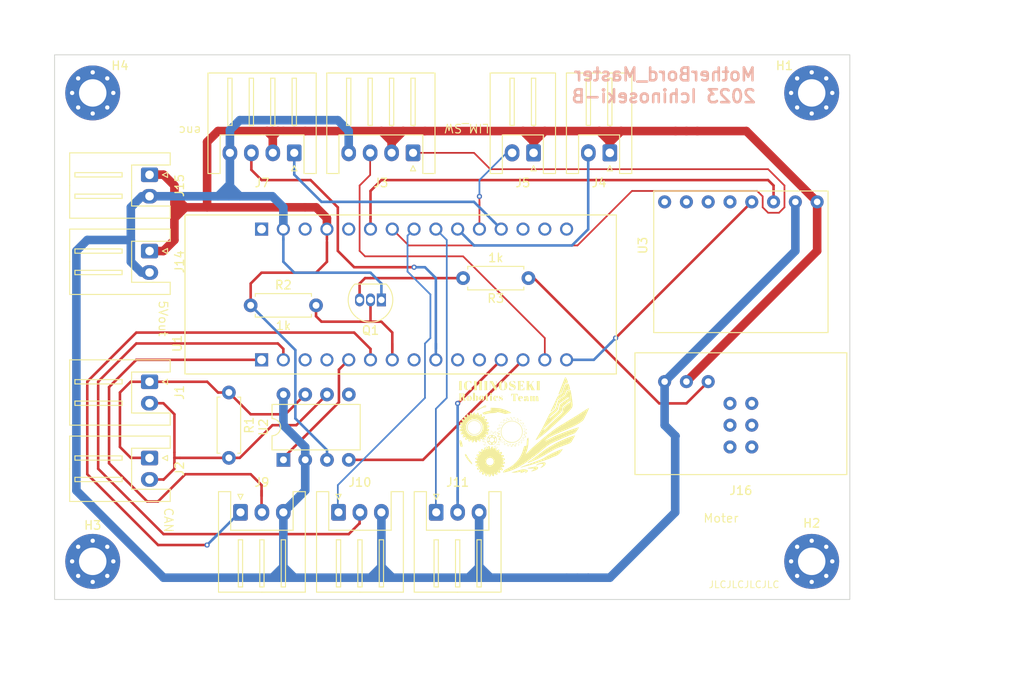
<source format=kicad_pcb>
(kicad_pcb (version 20221018) (generator pcbnew)
  (layers (0 "F.Cu" signal) (31 "B.Cu" signal) (34 "B.Paste" user) (35 "F.Paste" user) (36 "B.SilkS" user "B.Silkscreen") (37 "F.SilkS" user "F.Silkscreen") (38 "B.Mask" user) (39 "F.Mask" user) (44 "Edge.Cuts" user))
  (net 0 "")
  (net 1 "CAN_H")
  (net 2 "CAN_L")
  (net 3 "+5V")
  (net 4 "lim_SW1")
  (net 5 "LIM_SW3")
  (net 7 "enc_1_a")
  (net 8 "enc_1_b")
  (net 9 "GND")
  (net 10 "PWM1")
  (net 11 "Dir1")
  (net 12 "PWM2")
  (net 13 "Dir2")
  (net 14 "PWM3")
  (net 15 "Dir3")
  (net 16 "enc_2_b")
  (net 17 "enc_2_a")
  (net 18 "S.BUS_TX")
  (net 19 "I2C_sda")
  (net 20 "Serial_RX")
  (net 21 "CAN_td")
  (net 22 "CAN_rd")
  (net 25 "I2C_scl")
  (net 28 "Net-(Q1-B)")
  (footprint "MountingHole:MountingHole_3.2mm_M3_Pad_Via" (layer "F.Cu") (at 194.945 120.015)
    (fp_text reference "H2" (at 0 -4.445) (layer "F.SilkS"))
    (fp_text value "MountingHole")
    (pad "1" thru_hole circle (at -2.4 0) (size 0.8 0.8) (drill 0.5) (layers "*.Cu" "*.Mask"))
    (pad "1" thru_hole circle (at -1.697056 -1.697056) (size 0.8 0.8) (drill 0.5) (layers "*.Cu" "*.Mask"))
    (pad "1" thru_hole circle (at -1.697056 1.697056) (size 0.8 0.8) (drill 0.5) (layers "*.Cu" "*.Mask"))
    (pad "1" thru_hole circle (at 0 -2.4) (size 0.8 0.8) (drill 0.5) (layers "*.Cu" "*.Mask"))
    (pad "1" thru_hole circle (at 0 0) (size 6.4 6.4) (drill 3.2) (layers "*.Cu" "*.Mask"))
    (pad "1" thru_hole circle (at 0 2.4) (size 0.8 0.8) (drill 0.5) (layers "*.Cu" "*.Mask"))
    (pad "1" thru_hole circle (at 1.697056 -1.697056) (size 0.8 0.8) (drill 0.5) (layers "*.Cu" "*.Mask"))
    (pad "1" thru_hole circle (at 1.697056 1.697056) (size 0.8 0.8) (drill 0.5) (layers "*.Cu" "*.Mask"))
    (pad "1" thru_hole circle (at 2.4 0) (size 0.8 0.8) (drill 0.5) (layers "*.Cu" "*.Mask"))
  )
  (footprint "Connector_JST:JST_XH_S2B-XH-A_1x02_P2.50mm_Horizontal" (layer "F.Cu") (at 162.52 72.39 180)
    (fp_text reference "J5" (at 1.25 -3.5) (layer "F.SilkS"))
    (fp_text value "Conn_01x02_Pin")
    (pad "1" thru_hole roundrect (at 0 0 180) (size 1.7 2) (drill 1) (layers "*.Cu" "*.Mask") (roundrect_rratio 0.1470588235) (net 3 "+5V"))
    (pad "2" thru_hole oval (at 2.5 0 180) (size 1.7 2) (drill 1) (layers "*.Cu" "*.Mask") (net 5 "LIM_SW3"))
  )
  (footprint "Connector_JST:JST_XH_S3B-XH-A_1x03_P2.50mm_Horizontal" (layer "F.Cu") (at 128.35 114.3)
    (fp_text reference "J9" (at 2.5 -3.5) (layer "F.SilkS"))
    (fp_text value "Conn_01x03_Pin")
    (pad "1" thru_hole roundrect (at 0 0) (size 1.7 1.95) (drill 0.95) (layers "*.Cu" "*.Mask") (roundrect_rratio 0.1470588235) (net 11 "Dir1"))
    (pad "2" thru_hole oval (at 2.5 0) (size 1.7 1.95) (drill 0.95) (layers "*.Cu" "*.Mask") (net 10 "PWM1"))
    (pad "3" thru_hole oval (at 5 0) (size 1.7 1.95) (drill 0.95) (layers "*.Cu" "*.Mask") (net 9 "GND"))
  )
  (footprint "MyFootprint:INCT" (layer "F.Cu") (at 160.655 103.505)
    (fp_text reference "J8" hide)
    (fp_text value "Logo" hide)
  )
  (footprint "MyFootprint:MODULE_NUCLEO-L432KC" (layer "F.Cu") (at 147.025 88.9 90)
    (fp_text reference "U1" (at -5.715 -26.035 90) (layer "F.SilkS"))
    (fp_text value "mbed_Nucleo-L432KC")
    (pad "1" thru_hole rect (at -7.62 -16.215 90) (size 1.53 1.53) (drill 1.02) (layers "*.Cu" "*.Mask") (net 10 "PWM1"))
    (pad "2" thru_hole circle (at -7.62 -13.675 90) (size 1.53 1.53) (drill 1.02) (layers "*.Cu" "*.Mask") (net 12 "PWM2"))
    (pad "3" thru_hole circle (at -7.62 -11.135 90) (size 1.53 1.53) (drill 1.02) (layers "*.Cu" "*.Mask"))
    (pad "4" thru_hole circle (at -7.62 -8.595 90) (size 1.53 1.53) (drill 1.02) (layers "*.Cu" "*.Mask"))
    (pad "5" thru_hole circle (at -7.62 -6.055 90) (size 1.53 1.53) (drill 1.02) (layers "*.Cu" "*.Mask") (net 21 "CAN_td"))
    (pad "6" thru_hole circle (at -7.62 -3.515 90) (size 1.53 1.53) (drill 1.02) (layers "*.Cu" "*.Mask") (net 11 "Dir1"))
    (pad "7" thru_hole circle (at -7.62 -0.975 90) (size 1.53 1.53) (drill 1.02) (layers "*.Cu" "*.Mask") (net 20 "Serial_RX"))
    (pad "8" thru_hole circle (at -7.62 1.565 90) (size 1.53 1.53) (drill 1.02) (layers "*.Cu" "*.Mask"))
    (pad "9" thru_hole circle (at -7.62 4.105 90) (size 1.53 1.53) (drill 1.02) (layers "*.Cu" "*.Mask") (net 8 "enc_1_b"))
    (pad "10" thru_hole circle (at -7.62 6.645 90) (size 1.53 1.53) (drill 1.02) (layers "*.Cu" "*.Mask"))
    (pad "11" thru_hole circle (at -7.62 9.185 90) (size 1.53 1.53) (drill 1.02) (layers "*.Cu" "*.Mask"))
    (pad "12" thru_hole circle (at -7.62 11.725 90) (size 1.53 1.53) (drill 1.02) (layers "*.Cu" "*.Mask") (net 14 "PWM3"))
    (pad "13" thru_hole circle (at -7.62 14.265 90) (size 1.53 1.53) (drill 1.02) (layers "*.Cu" "*.Mask") (net 22 "CAN_rd"))
    (pad "14" thru_hole circle (at -7.62 16.805 90) (size 1.53 1.53) (drill 1.02) (layers "*.Cu" "*.Mask") (net 17 "enc_2_a"))
    (pad "15" thru_hole circle (at -7.62 19.345 90) (size 1.53 1.53) (drill 1.02) (layers "*.Cu" "*.Mask") (net 19 "I2C_sda"))
    (pad "16" thru_hole circle (at 7.62 19.345 90) (size 1.53 1.53) (drill 1.02) (layers "*.Cu" "*.Mask"))
    (pad "17" thru_hole circle (at 7.62 16.805 90) (size 1.53 1.53) (drill 1.02) (layers "*.Cu" "*.Mask"))
    (pad "18" thru_hole circle (at 7.62 14.265 90) (size 1.53 1.53) (drill 1.02) (layers "*.Cu" "*.Mask"))
    (pad "19" thru_hole circle (at 7.62 11.725 90) (size 1.53 1.53) (drill 1.02) (layers "*.Cu" "*.Mask") (net 7 "enc_1_a"))
    (pad "20" thru_hole circle (at 7.62 9.185 90) (size 1.53 1.53) (drill 1.02) (layers "*.Cu" "*.Mask") (net 5 "LIM_SW3"))
    (pad "21" thru_hole circle (at 7.62 6.645 90) (size 1.53 1.53) (drill 1.02) (layers "*.Cu" "*.Mask") (net 4 "lim_SW1"))
    (pad "22" thru_hole circle (at 7.62 4.105 90) (size 1.53 1.53) (drill 1.02) (layers "*.Cu" "*.Mask") (net 15 "Dir3"))
    (pad "23" thru_hole circle (at 7.62 1.565 90) (size 1.53 1.53) (drill 1.02) (layers "*.Cu" "*.Mask") (net 13 "Dir2"))
    (pad "24" thru_hole circle (at 7.62 -0.975 90) (size 1.53 1.53) (drill 1.02) (layers "*.Cu" "*.Mask") (net 16 "enc_2_b"))
    (pad "25" thru_hole circle (at 7.62 -3.515 90) (size 1.53 1.53) (drill 1.02) (layers "*.Cu" "*.Mask") (net 25 "I2C_scl"))
    (pad "26" thru_hole circle (at 7.62 -6.055 90) (size 1.53 1.53) (drill 1.02) (layers "*.Cu" "*.Mask"))
    (pad "27" thru_hole circle (at 7.62 -8.595 90) (size 1.53 1.53) (drill 1.02) (layers "*.Cu" "*.Mask") (net 3 "+5V"))
    (pad "28" thru_hole circle (at 7.62 -11.135 90) (size 1.53 1.53) (drill 1.02) (layers "*.Cu" "*.Mask"))
    (pad "29" thru_hole circle (at 7.62 -13.675 90) (size 1.53 1.53) (drill 1.02) (layers "*.Cu" "*.Mask") (net 9 "GND"))
    (pad "30" thru_hole rect (at 7.62 -16.215 90) (size 1.53 1.53) (drill 1.02) (layers "*.Cu" "*.Mask"))
  )
  (footprint "MountingHole:MountingHole_3.2mm_M3_Pad_Via" (layer "F.Cu") (at 111.125 65.405)
    (fp_text reference "H4" (at 3.175 -3.175) (layer "F.SilkS"))
    (fp_text value "MountingHole")
    (pad "1" thru_hole circle (at -2.4 0) (size 0.8 0.8) (drill 0.5) (layers "*.Cu" "*.Mask"))
    (pad "1" thru_hole circle (at -1.697056 -1.697056) (size 0.8 0.8) (drill 0.5) (layers "*.Cu" "*.Mask"))
    (pad "1" thru_hole circle (at -1.697056 1.697056) (size 0.8 0.8) (drill 0.5) (layers "*.Cu" "*.Mask"))
    (pad "1" thru_hole circle (at 0 -2.4) (size 0.8 0.8) (drill 0.5) (layers "*.Cu" "*.Mask"))
    (pad "1" thru_hole circle (at 0 0) (size 6.4 6.4) (drill 3.2) (layers "*.Cu" "*.Mask"))
    (pad "1" thru_hole circle (at 0 2.4) (size 0.8 0.8) (drill 0.5) (layers "*.Cu" "*.Mask"))
    (pad "1" thru_hole circle (at 1.697056 -1.697056) (size 0.8 0.8) (drill 0.5) (layers "*.Cu" "*.Mask"))
    (pad "1" thru_hole circle (at 1.697056 1.697056) (size 0.8 0.8) (drill 0.5) (layers "*.Cu" "*.Mask"))
    (pad "1" thru_hole circle (at 2.4 0) (size 0.8 0.8) (drill 0.5) (layers "*.Cu" "*.Mask"))
  )
  (footprint "Connector_JST:JST_XH_S2B-XH-A_1x02_P2.50mm_Horizontal" (layer "F.Cu") (at 171.41 72.39 180)
    (fp_text reference "J4" (at 1.25 -3.5) (layer "F.SilkS"))
    (fp_text value "Conn_01x02_Pin")
    (pad "1" thru_hole roundrect (at 0 0 180) (size 1.7 2) (drill 1) (layers "*.Cu" "*.Mask") (roundrect_rratio 0.1470588235) (net 3 "+5V"))
    (pad "2" thru_hole oval (at 2.5 0 180) (size 1.7 2) (drill 1) (layers "*.Cu" "*.Mask") (net 4 "lim_SW1"))
  )
  (footprint "Connector_JST:JST_XH_S2B-XH-A_1x02_P2.50mm_Horizontal" (layer "F.Cu") (at 117.75 99.08 -90)
    (fp_text reference "J1" (at 1.25 -3.5 90) (layer "F.SilkS"))
    (fp_text value "Conn_01x02_Pin")
    (pad "1" thru_hole roundrect (at 0 0 270) (size 1.7 2) (drill 1) (layers "*.Cu" "*.Mask") (roundrect_rratio 0.1470588235) (net 1 "CAN_H"))
    (pad "2" thru_hole oval (at 2.5 0 270) (size 1.7 2) (drill 1) (layers "*.Cu" "*.Mask") (net 2 "CAN_L"))
  )
  (footprint "Connector_JST:JST_XH_S3B-XH-A_1x03_P2.50mm_Horizontal" (layer "F.Cu") (at 151.17 114.3)
    (fp_text reference "J11" (at 2.5 -3.5) (layer "F.SilkS"))
    (fp_text value "Conn_01x03_Pin")
    (pad "1" thru_hole roundrect (at 0 0) (size 1.7 1.95) (drill 0.95) (layers "*.Cu" "*.Mask") (roundrect_rratio 0.1470588235) (net 15 "Dir3"))
    (pad "2" thru_hole oval (at 2.5 0) (size 1.7 1.95) (drill 0.95) (layers "*.Cu" "*.Mask") (net 14 "PWM3"))
    (pad "3" thru_hole oval (at 5 0) (size 1.7 1.95) (drill 0.95) (layers "*.Cu" "*.Mask") (net 9 "GND"))
  )
  (footprint "Connector_JST:JST_XH_S2B-XH-A_1x02_P2.50mm_Horizontal" (layer "F.Cu") (at 117.75 74.95 -90)
    (fp_text reference "J15" (at 1.25 -3.5 90) (layer "F.SilkS"))
    (fp_text value "Conn_01x02_Pin")
    (pad "1" thru_hole roundrect (at 0 0 270) (size 1.7 2) (drill 1) (layers "*.Cu" "*.Mask") (roundrect_rratio 0.1470588235) (net 3 "+5V"))
    (pad "2" thru_hole oval (at 2.5 0 270) (size 1.7 2) (drill 1) (layers "*.Cu" "*.Mask") (net 9 "GND"))
  )
  (footprint "Connector_JST:JST_XH_S3B-XH-A_1x03_P2.50mm_Horizontal" (layer "F.Cu") (at 139.78 114.3)
    (fp_text reference "J10" (at 2.5 -3.5) (layer "F.SilkS"))
    (fp_text value "Conn_01x03_Pin")
    (pad "1" thru_hole roundrect (at 0 0) (size 1.7 1.95) (drill 0.95) (layers "*.Cu" "*.Mask") (roundrect_rratio 0.1470588235) (net 13 "Dir2"))
    (pad "2" thru_hole oval (at 2.5 0) (size 1.7 1.95) (drill 0.95) (layers "*.Cu" "*.Mask") (net 12 "PWM2"))
    (pad "3" thru_hole oval (at 5 0) (size 1.7 1.95) (drill 0.95) (layers "*.Cu" "*.Mask") (net 9 "GND"))
  )
  (footprint "Package_TO_SOT_THT:TO-92_Inline" (layer "F.Cu") (at 144.78 89.535 180)
    (fp_text reference "Q1" (at 1.27 -3.56) (layer "F.SilkS"))
    (fp_text value "2SC1815")
    (pad "1" thru_hole rect (at 0 0 180) (size 1.05 1.5) (drill 0.75) (layers "*.Cu" "*.Mask") (net 9 "GND"))
    (pad "2" thru_hole oval (at 1.27 0 180) (size 1.05 1.5) (drill 0.75) (layers "*.Cu" "*.Mask") (net 20 "Serial_RX"))
    (pad "3" thru_hole oval (at 2.54 0 180) (size 1.05 1.5) (drill 0.75) (layers "*.Cu" "*.Mask") (net 28 "Net-(Q1-B)"))
  )
  (footprint "MountingHole:MountingHole_3.2mm_M3_Pad_Via" (layer "F.Cu") (at 194.945 65.405)
    (fp_text reference "H1" (at -3.175 -3.175) (layer "F.SilkS"))
    (fp_text value "MountingHole")
    (pad "1" thru_hole circle (at -2.4 0) (size 0.8 0.8) (drill 0.5) (layers "*.Cu" "*.Mask"))
    (pad "1" thru_hole circle (at -1.697056 -1.697056) (size 0.8 0.8) (drill 0.5) (layers "*.Cu" "*.Mask"))
    (pad "1" thru_hole circle (at -1.697056 1.697056) (size 0.8 0.8) (drill 0.5) (layers "*.Cu" "*.Mask"))
    (pad "1" thru_hole circle (at 0 -2.4) (size 0.8 0.8) (drill 0.5) (layers "*.Cu" "*.Mask"))
    (pad "1" thru_hole circle (at 0 0) (size 6.4 6.4) (drill 3.2) (layers "*.Cu" "*.Mask"))
    (pad "1" thru_hole circle (at 0 2.4) (size 0.8 0.8) (drill 0.5) (layers "*.Cu" "*.Mask"))
    (pad "1" thru_hole circle (at 1.697056 -1.697056) (size 0.8 0.8) (drill 0.5) (layers "*.Cu" "*.Mask"))
    (pad "1" thru_hole circle (at 1.697056 1.697056) (size 0.8 0.8) (drill 0.5) (layers "*.Cu" "*.Mask"))
    (pad "1" thru_hole circle (at 2.4 0) (size 0.8 0.8) (drill 0.5) (layers "*.Cu" "*.Mask"))
  )
  (footprint "MountingHole:MountingHole_3.2mm_M3_Pad_Via" (layer "F.Cu") (at 111.125 120.015)
    (fp_text reference "H3" (at 0 -4.2) (layer "F.SilkS"))
    (fp_text value "MountingHole")
    (pad "1" thru_hole circle (at -2.4 0) (size 0.8 0.8) (drill 0.5) (layers "*.Cu" "*.Mask"))
    (pad "1" thru_hole circle (at -1.697056 -1.697056) (size 0.8 0.8) (drill 0.5) (layers "*.Cu" "*.Mask"))
    (pad "1" thru_hole circle (at -1.697056 1.697056) (size 0.8 0.8) (drill 0.5) (layers "*.Cu" "*.Mask"))
    (pad "1" thru_hole circle (at 0 -2.4) (size 0.8 0.8) (drill 0.5) (layers "*.Cu" "*.Mask"))
    (pad "1" thru_hole circle (at 0 0) (size 6.4 6.4) (drill 3.2) (layers "*.Cu" "*.Mask"))
    (pad "1" thru_hole circle (at 0 2.4) (size 0.8 0.8) (drill 0.5) (layers "*.Cu" "*.Mask"))
    (pad "1" thru_hole circle (at 1.697056 -1.697056) (size 0.8 0.8) (drill 0.5) (layers "*.Cu" "*.Mask"))
    (pad "1" thru_hole circle (at 1.697056 1.697056) (size 0.8 0.8) (drill 0.5) (layers "*.Cu" "*.Mask"))
    (pad "1" thru_hole circle (at 2.4 0) (size 0.8 0.8) (drill 0.5) (layers "*.Cu" "*.Mask"))
  )
  (footprint "Package_DIP:DIP-8_W7.62mm" (layer "F.Cu") (at 133.36 108.18 90)
    (fp_text reference "U2" (at 3.81 -2.33 90) (layer "F.SilkS"))
    (fp_text value "MCP2561-E-P")
    (pad "1" thru_hole rect (at 0 0 90) (size 1.6 1.6) (drill 0.8) (layers "*.Cu" "*.Mask") (net 21 "CAN_td"))
    (pad "2" thru_hole oval (at 0 2.54 90) (size 1.6 1.6) (drill 0.8) (layers "*.Cu" "*.Mask") (net 9 "GND"))
    (pad "3" thru_hole oval (at 0 5.08 90) (size 1.6 1.6) (drill 0.8) (layers "*.Cu" "*.Mask") (net 3 "+5V"))
    (pad "4" thru_hole oval (at 0 7.62 90) (size 1.6 1.6) (drill 0.8) (layers "*.Cu" "*.Mask") (net 22 "CAN_rd"))
    (pad "5" thru_hole oval (at 7.62 7.62 90) (size 1.6 1.6) (drill 0.8) (layers "*.Cu" "*.Mask"))
    (pad "6" thru_hole oval (at 7.62 5.08 90) (size 1.6 1.6) (drill 0.8) (layers "*.Cu" "*.Mask") (net 2 "CAN_L"))
    (pad "7" thru_hole oval (at 7.62 2.54 90) (size 1.6 1.6) (drill 0.8) (layers "*.Cu" "*.Mask") (net 1 "CAN_H"))
    (pad "8" thru_hole oval (at 7.62 0 90) (size 1.6 1.6) (drill 0.8) (layers "*.Cu" "*.Mask") (net 9 "GND"))
  )
  (footprint "Connector_JST:JST_XH_S2B-XH-A_1x02_P2.50mm_Horizontal" (layer "F.Cu") (at 117.75 83.84 -90)
    (fp_text reference "J14" (at 1.25 -3.5 90) (layer "F.SilkS"))
    (fp_text value "Conn_01x02_Pin")
    (pad "1" thru_hole roundrect (at 0 0 270) (size 1.7 2) (drill 1) (layers "*.Cu" "*.Mask") (roundrect_rratio 0.1470588235) (net 3 "+5V"))
    (pad "2" thru_hole oval (at 2.5 0 270) (size 1.7 2) (drill 1) (layers "*.Cu" "*.Mask") (net 9 "GND"))
  )
  (footprint "Connector_JST:JST_XH_S4B-XH-A_1x04_P2.50mm_Horizontal" (layer "F.Cu") (at 134.62 72.39 180)
    (fp_text reference "J7" (at 3.75 -3.5) (layer "F.SilkS"))
    (fp_text value "Conn_01x04_Pin")
    (pad "1" thru_hole roundrect (at 0 0 180) (size 1.7 1.95) (drill 0.95) (layers "*.Cu" "*.Mask") (roundrect_rratio 0.1470588235) (net 7 "enc_1_a"))
    (pad "2" thru_hole oval (at 2.5 0 180) (size 1.7 1.95) (drill 0.95) (layers "*.Cu" "*.Mask") (net 3 "+5V"))
    (pad "3" thru_hole oval (at 5 0 180) (size 1.7 1.95) (drill 0.95) (layers "*.Cu" "*.Mask") (net 8 "enc_1_b"))
    (pad "4" thru_hole oval (at 7.5 0 180) (size 1.7 1.95) (drill 0.95) (layers "*.Cu" "*.Mask") (net 9 "GND"))
  )
  (footprint "Connector_JST:JST_XH_S4B-XH-A_1x04_P2.50mm_Horizontal" (layer "F.Cu") (at 148.47 72.39 180)
    (fp_text reference "J3" (at 3.75 -3.5) (layer "F.SilkS"))
    (fp_text value "Conn_01x04_Pin")
    (pad "1" thru_hole roundrect (at 0 0 180) (size 1.7 1.95) (drill 0.95) (layers "*.Cu" "*.Mask") (roundrect_rratio 0.1470588235) (net 16 "enc_2_b"))
    (pad "2" thru_hole oval (at 2.5 0 180) (size 1.7 1.95) (drill 0.95) (layers "*.Cu" "*.Mask") (net 3 "+5V"))
    (pad "3" thru_hole oval (at 5 0 180) (size 1.7 1.95) (drill 0.95) (layers "*.Cu" "*.Mask") (net 17 "enc_2_a"))
    (pad "4" thru_hole oval (at 7.5 0 180) (size 1.7 1.95) (drill 0.95) (layers "*.Cu" "*.Mask") (net 9 "GND"))
  )
  (footprint "Connector_JST:JST_XH_S2B-XH-A_1x02_P2.50mm_Horizontal" (layer "F.Cu") (at 117.75 107.97 -90)
    (fp_text reference "J2" (at 1.25 -3.5 90) (layer "F.SilkS"))
    (fp_text value "Conn_01x02_Pin")
    (pad "1" thru_hole roundrect (at 0 0 270) (size 1.7 2) (drill 1) (layers "*.Cu" "*.Mask") (roundrect_rratio 0.1470588235) (net 1 "CAN_H"))
    (pad "2" thru_hole oval (at 2.5 0 270) (size 1.7 2) (drill 1) (layers "*.Cu" "*.Mask") (net 2 "CAN_L"))
  )
  (footprint "Resistor_THT:R_Axial_DIN0207_L6.3mm_D2.5mm_P7.62mm_Horizontal" (layer "F.Cu") (at 161.925 86.995 180)
    (fp_text reference "R3" (at 3.81 -2.37) (layer "F.SilkS"))
    (fp_text value "1k" (at 3.81 2.37) (layer "F.SilkS"))
    (pad "1" thru_hole circle (at 0 0 180) (size 1.6 1.6) (drill 0.8) (layers "*.Cu" "*.Mask") (net 18 "S.BUS_TX"))
    (pad "2" thru_hole oval (at 7.62 0 180) (size 1.6 1.6) (drill 0.8) (layers "*.Cu" "*.Mask") (net 28 "Net-(Q1-B)"))
  )
  (footprint "Resistor_THT:R_Axial_DIN0207_L6.3mm_D2.5mm_P7.62mm_Horizontal" (layer "F.Cu") (at 129.54 90.17)
    (fp_text reference "R2" (at 3.81 -2.37) (layer "F.SilkS"))
    (fp_text value "1k" (at 3.81 2.37) (layer "F.SilkS"))
    (pad "1" thru_hole circle (at 0 0) (size 1.6 1.6) (drill 0.8) (layers "*.Cu" "*.Mask") (net 3 "+5V"))
    (pad "2" thru_hole oval (at 7.62 0) (size 1.6 1.6) (drill 0.8) (layers "*.Cu" "*.Mask") (net 20 "Serial_RX"))
  )
  (footprint "MyFootprint:R3008SB" (layer "F.Cu") (at 186.69 101.6)
    (fp_text reference "J16" (at 0 10.16) (layer "F.SilkS"))
    (fp_text value "Conn_01x03_Socket")
    (pad "" thru_hole circle (at -1.27 0) (size 1.524 1.524) (drill 0.762) (layers "*.Cu" "*.Mask"))
    (pad "" thru_hole circle (at -1.27 2.54) (size 1.524 1.524) (drill 0.762) (layers "*.Cu" "*.Mask"))
    (pad "" thru_hole circle (at -1.27 5.08) (size 1.524 1.524) (drill 0.762) (layers "*.Cu" "*.Mask"))
    (pad "" thru_hole circle (at 1.27 0) (size 1.524 1.524) (drill 0.762) (layers "*.Cu" "*.Mask"))
    (pad "" thru_hole circle (at 1.27 2.54) (size 1.524 1.524) (drill 0.762) (layers "*.Cu" "*.Mask"))
    (pad "" thru_hole circle (at 1.27 5.08) (size 1.524 1.524) (drill 0.762) (layers "*.Cu" "*.Mask"))
    (pad "1" thru_hole circle (at -8.89 -2.54) (size 1.524 1.524) (drill 0.762) (layers "*.Cu" "*.Mask") (net 9 "GND"))
    (pad "2" thru_hole circle (at -6.35 -2.54) (size 1.524 1.524) (drill 0.762) (layers "*.Cu" "*.Mask") (net 3 "+5V"))
    (pad "3" thru_hole circle (at -3.81 -2.54) (size 1.524 1.524) (drill 0.762) (layers "*.Cu" "*.Mask") (net 18 "S.BUS_TX"))
  )
  (footprint "Resistor_THT:R_Axial_DIN0207_L6.3mm_D2.5mm_P7.62mm_Horizontal" (layer "F.Cu") (at 127 100.33 -90)
    (fp_text reference "R1" (at 3.81 -2.37 90) (layer "F.SilkS"))
    (fp_text value "120")
    (pad "1" thru_hole circle (at 0 0 270) (size 1.6 1.6) (drill 0.8) (layers "*.Cu" "*.Mask") (net 1 "CAN_H"))
    (pad "2" thru_hole oval (at 7.62 0 270) (size 1.6 1.6) (drill 0.8) (layers "*.Cu" "*.Mask") (net 2 "CAN_L"))
  )
  (footprint "MyFootprint:MPU6050" (layer "F.Cu") (at 185.42 83.185 -90)
    (fp_text reference "U3" (at 0 10.16 90) (layer "F.SilkS"))
    (fp_text value "~")
    (pad "" np_thru_hole circle (at 7.62 -8.89 270) (size 3.2 3.2) (drill 3.2) (layers "*.Cu" "*.Mask"))
    (pad "" np_thru_hole circle (at 7.62 6.35 270) (size 3.2 3.2) (drill 3.2) (layers "*.Cu" "*.Mask"))
    (pad "1" thru_hole circle (at -5.08 -10.16 270) (size 1.524 1.524) (drill 0.762) (layers "*.Cu" "*.Mask") (net 3 "+5V"))
    (pad "2" thru_hole circle (at -5.08 -7.62 270) (size 1.524 1.524) (drill 0.762) (layers "*.Cu" "*.Mask") (net 9 "GND"))
    (pad "3" thru_hole circle (at -5.08 -5.08 270) (size 1.524 1.524) (drill 0.762) (layers "*.Cu" "*.Mask") (net 25 "I2C_scl"))
    (pad "4" thru_hole circle (at -5.08 -2.54 270) (size 1.524 1.524) (drill 0.762) (layers "*.Cu" "*.Mask") (net 19 "I2C_sda"))
    (pad "5" thru_hole circle (at -5.08 0 270) (size 1.524 1.524) (drill 0.762) (layers "*.Cu" "*.Mask"))
    (pad "6" thru_hole circle (at -5.08 2.54 270) (size 1.524 1.524) (drill 0.762) (layers "*.Cu" "*.Mask"))
    (pad "7" thru_hole circle (at -5.08 5.08 270) (size 1.524 1.524) (drill 0.762) (layers "*.Cu" "*.Mask"))
    (pad "8" thru_hole circle (at -5.08 7.62 270) (size 1.524 1.524) (drill 0.762) (layers "*.Cu" "*.Mask"))
  )
  (gr_rect (start 106.68 60.96) (end 199.39 124.46) (stroke (width 0.1)) (fill none) (layer "Edge.Cuts"))
  (gr_text "MotherBord_Master" (at 188.595 64.135) (layer "B.SilkS") (effects (font (size 1.5 1.5) (thickness 0.3) bold) (justify left bottom mirror)))
  (gr_text "2023 Ichinoseki-B" (at 188.595 66.675) (layer "B.SilkS") (effects (font (size 1.5 1.5) (thickness 0.3) bold) (justify left bottom mirror)))
  (gr_text "Moter" (at 182.245 115.57) (layer "F.SilkS") (effects (font (size 1 1) (thickness 0.125)) (justify left bottom)))
  (gr_text "JLCJLCJLCJLC" (at 182.88 123.19) (layer "F.SilkS") (effects (font (size 0.8 0.8) (thickness 0.1)) (justify left bottom)))
  (gr_text "5Vout" (at 118.745 89.535 270) (layer "F.SilkS") (effects (font (size 1 1) (thickness 0.125)) (justify left bottom)))
  (gr_text "enc" (at 123.825 69.215 180) (layer "F.SilkS") (effects (font (size 1 1) (thickness 0.125)) (justify left bottom)))
  (gr_text "CAN" (at 119.38 113.665 -90) (layer "F.SilkS") (effects (font (size 1 1) (thickness 0.125)) (justify left bottom)))
  (gr_text "LIM_SW" (at 157.46 68.94 180) (layer "F.SilkS") (effects (font (size 1 1) (thickness 0.125)) (justify left bottom)))
  (segment (start 115.57 107.95) (end 114.3 106.68) (width 0.3) (layer "F.Cu") (net 1))
  (segment (start 114.3 106.68) (end 114.3 100.33) (width 0.3) (layer "F.Cu") (net 1))
  (segment (start 117.75 107.97) (end 117.73 107.95) (width 0.5) (layer "F.Cu") (net 1))
  (segment (start 129.54 102.87) (end 133.59 102.87) (width 0.3) (layer "F.Cu") (net 1))
  (segment (start 114.3 100.33) (end 115.57 99.06) (width 0.3) (layer "F.Cu") (net 1))
  (segment (start 117.73 107.95) (end 115.57 107.95) (width 0.3) (layer "F.Cu") (net 1))
  (segment (start 127 100.33) (end 129.54 102.87) (width 0.3) (layer "F.Cu") (net 1))
  (segment (start 117.75 99.08) (end 124.44 99.08) (width 0.3) (layer "F.Cu") (net 1))
  (segment (start 115.59 99.08) (end 117.75 99.08) (width 0.3) (layer "F.Cu") (net 1))
  (segment (start 125.73 100.33) (end 127 100.33) (width 0.3) (layer "F.Cu") (net 1))
  (segment (start 133.59 102.87) (end 135.9 100.56) (width 0.3) (layer "F.Cu") (net 1))
  (segment (start 124.46 99.06) (end 125.73 100.33) (width 0.3) (layer "F.Cu") (net 1))
  (segment (start 132.08 104.14) (end 134.86 104.14) (width 0.3) (layer "F.Cu") (net 2))
  (segment (start 127 107.95) (end 128.27 107.95) (width 0.3) (layer "F.Cu") (net 2))
  (segment (start 120.65 102.87) (end 120.65 107.315) (width 0.3) (layer "F.Cu") (net 2))
  (segment (start 120.65 109.22) (end 119.38 110.49) (width 0.3) (layer "F.Cu") (net 2))
  (segment (start 117.75 101.58) (end 119.36 101.58) (width 0.3) (layer "F.Cu") (net 2))
  (segment (start 120.65 107.95) (end 121.285 107.95) (width 0.3) (layer "F.Cu") (net 2))
  (segment (start 120.65 108.585) (end 120.65 109.22) (width 0.3) (layer "F.Cu") (net 2))
  (segment (start 119.36 101.58) (end 120.65 102.87) (width 0.3) (layer "F.Cu") (net 2))
  (segment (start 120.65 107.315) (end 120.65 107.95) (width 0.3) (layer "F.Cu") (net 2))
  (segment (start 120.65 107.95) (end 120.65 108.585) (width 0.3) (layer "F.Cu") (net 2))
  (segment (start 134.86 104.14) (end 138.44 100.56) (width 0.3) (layer "F.Cu") (net 2))
  (segment (start 119.36 110.47) (end 117.75 110.47) (width 0.3) (layer "F.Cu") (net 2))
  (segment (start 128.27 107.95) (end 132.08 104.14) (width 0.3) (layer "F.Cu") (net 2))
  (segment (start 119.38 110.49) (end 119.36 110.47) (width 0.3) (layer "F.Cu") (net 2))
  (segment (start 121.285 107.95) (end 127 107.95) (width 0.3) (layer "F.Cu") (net 2))
  (segment (start 162.52 71.12) (end 162.52 69.89) (width 1) (layer "F.Cu") (net 3))
  (segment (start 148.59 69.85) (end 149.86 69.85) (width 1) (layer "F.Cu") (net 3))
  (segment (start 120.65 76.2) (end 120.65 77.47) (width 1) (layer "F.Cu") (net 3))
  (segment (start 117.75 74.95) (end 117.77 74.93) (width 1) (layer "F.Cu") (net 3))
  (segment (start 146.05 69.85) (end 147.32 69.85) (width 1) (layer "F.Cu") (net 3))
  (segment (start 132.08 70.485) (end 131.445 69.85) (width 1) (layer "F.Cu") (net 3))
  (segment (start 171.39 71.12) (end 171.39 69.91) (width 1) (layer "F.Cu") (net 3))
  (segment (start 132.715 69.85) (end 133.35 69.85) (width 1) (layer "F.Cu") (net 3))
  (segment (start 129.54 90.17) (end 129.54 87.63) (width 0.3) (layer "F.Cu") (net 3))
  (segment (start 195.58 78.105) (end 195.58 83.82) (width 1) (layer "F.Cu") (net 3))
  (segment (start 171.45 71.12) (end 172.72 69.85) (width 1) (layer "F.Cu") (net 3))
  (segment (start 120.65 77.47) (end 120.65 78.74) (width 1) (layer "F.Cu") (net 3))
  (segment (start 163.83 69.85) (end 170.18 69.85) (width 1) (layer "F.Cu") (net 3))
  (segment (start 121.92 78.74) (end 120.65 80.01) (width 1) (layer "F.Cu") (net 3))
  (segment (start 120.65 82.55) (end 119.36 83.84) (width 1) (layer "F.Cu") (net 3))
  (segment (start 138.43 81.28) (end 138.43 80.01) (width 1) (layer "F.Cu") (net 3))
  (segment (start 135.89 78.74) (end 137.16 78.74) (width 1) (layer "F.Cu") (net 3))
  (segment (start 145.97 71.12) (end 146.05 71.12) (width 1) (layer "F.Cu") (net 3))
  (segment (start 130.81 86.36) (end 137.16 86.36) (width 0.3) (layer "F.Cu") (net 3))
  (segment (start 135.89 69.85) (end 144.78 69.85) (width 1) (layer "F.Cu") (net 3))
  (segment (start 132.08 69.85) (end 132.12 69.89) (width 1) (layer "F.Cu") (net 3))
  (segment (start 138.43 80.01) (end 137.16 78.74) (width 1) (layer "F.Cu") (net 3))
  (segment (start 124.46 78.74) (end 135.89 78.74) (width 1) (layer "F.Cu") (net 3))
  (segment (start 145.97 71.12) (end 145.97 71.04) (width 1) (layer "F.Cu") (net 3))
  (segment (start 138.43 85.09) (end 138.43 82.745) (width 0.3) (layer "F.Cu") (net 3))
  (segment (start 129.54 87.63) (end 130.81 86.36) (width 0.3) (layer "F.Cu") (net 3))
  (segment (start 172.72 69.85) (end 179.07 69.85) (width 1) (layer "F.Cu") (net 3))
  (segment (start 162.56 69.85) (end 163.83 69.85) (width 1) (layer "F.Cu") (net 3))
  (segment (start 131.445 69.85) (end 132.08 69.85) (width 1) (layer "F.Cu") (net 3))
  (segment (start 137.16 86.36) (end 138.43 85.09) (width 0.3) (layer "F.Cu") (net 3))
  (segment (start 132.08 69.85) (end 132.715 69.85) (width 1) (layer "F.Cu") (net 3))
  (segment (start 132.12 70.485) (end 132.08 70.485) (width 1) (layer "F.Cu") (net 3))
  (segment (start 170.18 69.85) (end 171.45 69.85) (width 1) (layer "F.Cu") (net 3))
  (segment (start 120.65 78.74) (end 120.65 80.01) (width 1) (layer "F.Cu") (net 3))
  (segment (start 133.35 69.85) (end 134.62 69.85) (width 1) (layer "F.Cu") (net 3))
  (segment (start 171.39 72.39) (end 171.39 71.12) (width 1) (layer "F.Cu") (net 3))
  (segment (start 162.56 71.12) (end 161.29 69.85) (width 1) (layer "F.Cu") (net 3))
  (segment (start 149.86 69.85) (end 161.29 69.85) (width 1) (layer "F.Cu") (net 3))
  (segment (start 132.12 70.485) (end 132.12 72.39) (width 1) (layer "F.Cu") (net 3))
  (segment (start 132.12 70.445) (end 132.715 69.85) (width 1) (layer "F.Cu") (net 3))
  (segment (start 124.46 71.12) (end 125.73 69.85) (width 1) (layer "F.Cu") (net 3))
  (segment (start 162.52 71.12) (end 162.56 71.12) (width 1) (layer "F.Cu") (net 3))
  (segment (start 120.65 78.74) (end 121.92 78.74) (width 1) (layer "F.Cu") (net 3))
  (segment (start 180.34 69.85) (end 181.61 69.85) (width 1) (layer "F.Cu") (net 3))
  (segment (start 132.12 69.89) (end 132.12 70.485) (width 1) (layer "F.Cu") (net 3))
  (segment (start 171.39 71.12) (end 171.45 71.12) (width 1) (layer "F.Cu") (net 3))
  (segment (start 179.07 69.85) (end 180.34 69.85) (width 1) (layer "F.Cu") (net 3))
  (segment (start 147.32 69.85) (end 148.59 69.85) (width 1) (layer "F.Cu") (net 3))
  (segment (start 119.36 83.84) (end 117.75 83.84) (width 1) (layer "F.Cu") (net 3))
  (segment (start 187.325 69.85) (end 195.58 78.105) (width 1) (layer "F.Cu") (net 3))
  (segment (start 134.62 69.85) (end 135.89 69.85) (width 1) (layer "F.Cu") (net 3))
  (segment (start 144.78 69.85) (end 146.05 69.85) (width 1) (layer "F.Cu") (net 3))
  (segment (start 171.45 69.85) (end 172.72 69.85) (width 1) (layer "F.Cu") (net 3))
  (segment (start 145.97 71.04) (end 144.78 69.85) (width 1) (layer "F.Cu") (net 3))
  (segment (start 145.97 69.93) (end 145.97 71.12) (width 1) (layer "F.Cu") (net 3))
  (segment (start 138.43 81.28) (end 138.43 82.55) (width 0.3) (layer "F.Cu") (net 3))
  (segment (start 146.05 69.85) (end 145.97 69.93) (width 1) (layer "F.Cu") (net 3))
  (segment (start 181.61 69.85) (end 187.325 69.85) (width 1) (layer "F.Cu") (net 3))
  (segment (start 171.45 71.12) (end 170.18 69.85) (width 1) (layer "F.Cu") (net 3))
  (segment (start 161.29 69.85) (end 162.56 69.85) (width 1) (layer "F.Cu") (net 3))
  (segment (start 145.97 71.12) (end 145.97 72.39) (width 1) (layer "F.Cu") (net 3))
  (segment (start 120.65 80.01) (end 120.65 82.55) (width 1) (layer "F.Cu") (net 3))
  (segment (start 132.12 70.485) (end 132.12 70.445) (width 1) (layer "F.Cu") (net 3))
  (segment (start 117.77 74.93) (end 119.38 74.93) (width 1) (layer "F.Cu") (net 3))
  (segment (start 146.05 71.12) (end 147.32 69.85) (width 1) (layer "F.Cu") (net 3))
  (segment (start 120.65 77.47) (end 121.92 78.74) (width 1) (layer "F.Cu") (net 3))
  (segment (start 125.73 69.85) (end 131.445 69.85) (width 1) (layer "F.Cu") (net 3))
  (segment (start 162.52 69.89) (end 162.56 69.85) (width 1) (layer "F.Cu") (net 3))
  (segment (start 171.39 69.91) (end 171.45 69.85) (width 1) (layer "F.Cu") (net 3))
  (segment (start 124.46 78.74) (end 124.46 71.12) (width 1) (layer "F.Cu") (net 3))
  (segment (start 195.58 83.82) (end 180.34 99.06) (width 1) (layer "F.Cu") (net 3))
  (segment (start 162.56 71.12) (end 163.83 69.85) (width 1) (layer "F.Cu") (net 3))
  (segment (start 162.52 72.39) (end 162.52 71.12) (width 1) (layer "F.Cu") (net 3))
  (segment (start 119.38 74.93) (end 120.65 76.2) (width 1) (layer "F.Cu") (net 3))
  (segment (start 121.92 78.74) (end 124.46 78.74) (width 1) (layer "F.Cu") (net 3))
  (segment (start 138.44 107.04863) (end 138.44 108.18) (width 0.3) (layer "B.Cu") (net 3))
  (segment (start 134.75 103.35863) (end 138.44 107.04863) (width 0.3) (layer "B.Cu") (net 3))
  (segment (start 129.54 90.17) (end 134.75 95.38) (width 0.3) (layer "B.Cu") (net 3))
  (segment (start 134.75 95.38) (end 134.75 103.35863) (width 0.3) (layer "B.Cu") (net 3))
  (segment (start 155.575 83.185) (end 153.67 81.28) (width 0.3) (layer "B.Cu") (net 4))
  (segment (start 168.89 81.3) (end 168.89 72.39) (width 0.3) (layer "B.Cu") (net 4))
  (segment (start 167.005 83.185) (end 155.575 83.185) (width 0.3) (layer "B.Cu") (net 4))
  (segment (start 167.005 83.185) (end 168.89 81.3) (width 0.3) (layer "B.Cu") (net 4))
  (segment (start 156.21 81.28) (end 156.21 78.105) (width 0.2) (layer "F.Cu") (net 5))
  (segment (start 156.21 77.47) (end 156.21 78.74) (width 0.2) (layer "F.Cu") (net 5))
  (via (at 156.21 77.47) (size 0.6) (drill 0.3) (layers "F.Cu" "B.Cu") (net 5))
  (segment (start 160.02 71.755) (end 158.75 73.025) (width 0.2) (layer "B.Cu") (net 5))
  (segment (start 156.21 75.565) (end 158.75 73.025) (width 0.2) (layer "B.Cu") (net 5))
  (segment (start 156.21 77.47) (end 156.21 75.565) (width 0.2) (layer "B.Cu") (net 5))
  (segment (start 134.62 74.93) (end 134.62 72.39) (width 0.3) (layer "B.Cu") (net 7))
  (segment (start 157.961576 80.491576) (end 155.575 78.105) (width 0.3) (layer "B.Cu") (net 7))
  (segment (start 157.7975 80.3275) (end 158.4325 80.9625) (width 0.3) (layer "B.Cu") (net 7))
  (segment (start 155.575 78.105) (end 137.795 78.105) (width 0.3) (layer "B.Cu") (net 7))
  (segment (start 137.795 78.105) (end 134.62 74.93) (width 0.3) (layer "B.Cu") (net 7))
  (segment (start 130.81 75.565) (end 136.525 75.565) (width 0.3) (layer "F.Cu") (net 8))
  (segment (start 139.7 78.74) (end 139.7 83.82) (width 0.3) (layer "F.Cu") (net 8))
  (segment (start 129.62 72.39) (end 129.62 74.375) (width 0.3) (layer "F.Cu") (net 8))
  (segment (start 139.7 83.82) (end 141.605 85.725) (width 0.3) (layer "F.Cu") (net 8))
  (segment (start 129.62 74.375) (end 130.81 75.565) (width 0.3) (layer "F.Cu") (net 8))
  (segment (start 141.605 85.725) (end 148.59 85.725) (width 0.3) (layer "F.Cu") (net 8))
  (segment (start 136.525 75.565) (end 139.7 78.74) (width 0.3) (layer "F.Cu") (net 8))
  (via (at 148.59 85.725) (size 0.6) (drill 0.3) (layers "F.Cu" "B.Cu") (net 8))
  (segment (start 151.13 86.995) (end 151.13 95.25) (width 0.3) (layer "B.Cu") (net 8))
  (segment (start 148.59 85.725) (end 149.86 85.725) (width 0.3) (layer "B.Cu") (net 8))
  (segment (start 149.86 85.725) (end 151.13 86.995) (width 0.3) (layer "B.Cu") (net 8))
  (segment (start 151.13 94.615) (end 151.13 96.52) (width 0.3) (layer "B.Cu") (net 8))
  (segment (start 156.21 120.65) (end 157.48 121.92) (width 1) (layer "B.Cu") (net 9))
  (segment (start 127.12 76.2) (end 127.12 77.33) (width 1) (layer "B.Cu") (net 9))
  (segment (start 127.12 69.73) (end 128.27 68.58) (width 1) (layer "B.Cu") (net 9))
  (segment (start 115.57 85.09) (end 116.82 86.34) (width 1) (layer "B.Cu") (net 9))
  (segment (start 156.17 120.65) (end 156.21 120.65) (width 1) (layer "B.Cu") (net 9))
  (segment (start 115.57 78.74) (end 115.57 82.55) (width 1) (layer "B.Cu") (net 9))
  (segment (start 116.86 77.45) (end 115.57 78.74) (width 1) (layer "B.Cu") (net 9))
  (segment (start 146.05 121.92) (end 154.94 121.92) (width 1) (layer "B.Cu") (net 9))
  (segment (start 144.78 120.65) (end 143.51 121.92) (width 1) (layer "B.Cu") (net 9))
  (segment (start 144.78 121.92) (end 146.05 121.92) (width 1) (layer "B.Cu") (net 9))
  (segment (start 133.35 81.915) (end 133.35 82.55) (width 0.3) (layer "B.Cu") (net 9))
  (segment (start 156.17 120.65) (end 156.17 120.69) (width 1) (layer "B.Cu") (net 9))
  (segment (start 109.22 111.76) (end 119.38 121.92) (width 1) (layer "B.Cu") (net 9))
  (segment (start 135.9 111.75) (end 133.35 114.3) (width 1) (layer "B.Cu") (net 9))
  (segment (start 119.38 121.92) (end 132.08 121.92) (width 1) (layer "B.Cu") (net 9))
  (segment (start 179.07 105.41) (end 179.03 105.45) (width 1) (layer "B.Cu") (net 9))
  (segment (start 144.78 114.3) (end 144.78 120.65) (width 1) (layer "B.Cu") (net 9))
  (segment (start 133.35 120.65) (end 134.62 121.92) (width 1) (layer "B.Cu") (net 9))
  (segment (start 144.78 87.63) (end 143.51 86.36) (width 0.3) (layer "B.Cu") (net 9))
  (segment (start 127.12 76.2) (end 127.12 76.3) (width 1) (layer "B.Cu") (net 9))
  (segment (start 133.35 81.28) (end 133.35 78.74) (width 1) (layer "B.Cu") (net 9))
  (segment (start 133.35 114.3) (end 133.35 120.65) (width 1) (layer "B.Cu") (net 9))
  (segment (start 135.9 106.69) (end 135.9 108.18) (width 1) (layer "B.Cu") (net 9))
  (segment (start 125.73 77.45) (end 127 77.45) (width 1) (layer "B.Cu") (net 9))
  (segment (start 135.9 108.18) (end 135.9 111.75) (width 1) (layer "B.Cu") (net 9))
  (segment (start 140.97 69.85) (end 140.97 72.39) (width 1) (layer "B.Cu") (net 9))
  (segment (start 127 77.45) (end 128.27 77.45) (width 1) (layer "B.Cu") (net 9))
  (segment (start 115.57 82.55) (end 115.57 85.09) (width 1) (layer "B.Cu") (net 9))
  (segment (start 109.22 83.82) (end 109.22 111.76) (width 1) (layer "B.Cu") (net 9))
  (segment (start 117.75 77.45) (end 116.86 77.45) (width 1) (layer "B.Cu") (net 9))
  (segment (start 179.03 105.45) (end 179.03 114.3) (width 1) (layer "B.Cu") (net 9))
  (segment (start 144.78 120.65) (end 146.05 121.92) (width 1) (layer "B.Cu") (net 9))
  (segment (start 156.17 121.88) (end 156.21 121.92) (width 1) (layer "B.Cu") (net 9))
  (segment (start 132.08 77.47) (end 133.35 78.74) (width 1) (layer "B.Cu") (net 9))
  (segment (start 156.17 120.69) (end 154.94 121.92) (width 1) (layer "B.Cu") (net 9))
  (segment (start 134.62 121.92) (end 143.51 121.92) (width 1) (layer "B.Cu") (net 9))
  (segment (start 177.8 99.06) (end 177.8 104.14) (width 1) (layer "B.Cu") (net 9))
  (segment (start 127.12 72.39) (end 127.12 69.73) (width 1) (layer "B.Cu") (net 9))
  (segment (start 134.62 86.36) (end 133.35 85.09) (width 0.3) (layer "B.Cu") (net 9))
  (segment (start 133.35 85.09) (end 133.35 82.395) (width 0.3) (layer "B.Cu") (net 9))
  (segment (start 127.12 76.3) (end 128.27 77.45) (width 1) (layer "B.Cu") (net 9))
  (segment (start 171.41 121.92) (end 179.03 114.3) (width 1) (layer "B.Cu") (net 9))
  (segment (start 126.88 76.3) (end 125.73 77.45) (width 1) (layer "B.Cu") (net 9))
  (segment (start 115.57 82.55) (end 110.49 82.55) (width 1) (layer "B.Cu") (net 9))
  (segment (start 127.12 77.33) (end 127 77.45) (width 1) (layer "B.Cu") (net 9))
  (segment (start 127.12 76.3) (end 126.88 76.3) (width 1) (layer "B.Cu") (net 9))
  (segment (start 133.35 120.65) (end 133.35 121.92) (width 1) (layer "B.Cu") (net 9))
  (segment (start 193.04 83.82) (end 177.8 99.06) (width 1) (layer "B.Cu") (net 9))
  (segment (start 144.78 120.65) (end 144.78 121.92) (width 1) (layer "B.Cu") (net 9))
  (segment (start 166.37 121.92) (end 167.64 121.92) (width 1) (layer "B.Cu") (net 9))
  (segment (start 133.36 100.56) (end 133.36 104.15) (width 1) (layer "B.Cu") (net 9))
  (segment (start 168.91 121.92) (end 171.41 121.92) (width 1) (layer "B.Cu") (net 9))
  (segment (start 133.35 121.92) (end 134.62 121.92) (width 1) (layer "B.Cu") (net 9))
  (segment (start 156.17 114.3) (end 156.17 120.65) (width 1) (layer "B.Cu") (net 9))
  (segment (start 154.94 121.92) (end 156.21 121.92) (width 1) (layer "B.Cu") (net 9))
  (segment (start 127.12 72.39) (end 127.12 76.2) (width 1) (layer "B.Cu") (net 9))
  (segment (start 168.91 121.92) (end 168.87 121.92) (width 1) (layer "B.Cu") (net 9))
  (segment (start 139.7 68.58) (end 140.97 69.85) (width 1) (layer "B.Cu") (net 9))
  (segment (start 116.82 86.34) (end 117.75 86.34) (width 1) (layer "B.Cu") (net 9))
  (segment (start 144.78 89.535) (end 144.78 87.63) (width 0.3) (layer "B.Cu") (net 9))
  (segment (start 133.35 120.65) (end 132.08 121.92) (width 1) (layer "B.Cu") (net 9))
  (segment (start 157.48 121.92) (end 166.37 121.92) (width 1) (layer "B.Cu") (net 9))
  (segment (start 110.49 82.55) (end 109.22 83.82) (width 1) (layer "B.Cu") (net 9))
  (segment (start 193.04 78.105) (end 193.04 83.82) (width 1) (layer "B.Cu") (net 9))
  (segment (start 177.8 104.14) (end 179.07 105.41) (width 1) (layer "B.Cu") (net 9))
  (segment (start 143.51 121.92) (end 144.78 121.92) (width 1) (layer "B.Cu") (net 9))
  (segment (start 156.17 120.65) (end 156.17 121.88) (width 1) (layer "B.Cu") (net 9))
  (segment (start 132.06 77.45) (end 132.08 77.47) (width 1) (layer "B.Cu") (net 9))
  (segment (start 128.27 68.58) (end 139.7 68.58) (width 1) (layer "B.Cu") (net 9))
  (segment (start 128.27 77.45) (end 132.06 77.45) (width 1) (layer "B.Cu") (net 9))
  (segment (start 143.51 86.36) (end 134.62 86.36) (width 0.3) (layer "B.Cu") (net 9))
  (segment (start 156.21 121.92) (end 157.48 121.92) (width 1) (layer "B.Cu") (net 9))
  (segment (start 167.64 121.92) (end 168.91 121.92) (width 1) (layer "B.Cu") (net 9))
  (segment (start 117.75 77.45) (end 125.73 77.45) (width 1) (layer "B.Cu") (net 9))
  (segment (start 132.08 121.92) (end 133.35 121.92) (width 1) (layer "B.Cu") (net 9))
  (segment (start 133.36 104.15) (end 135.9 106.69) (width 1) (layer "B.Cu") (net 9))
  (segment (start 121.92 109.855) (end 129.54 109.855) (width 0.3) (layer "F.Cu") (net 10))
  (segment (start 113.03 99.695) (end 113.03 108.585) (width 0.3) (layer "F.Cu") (net 10))
  (segment (start 129.54 109.855) (end 130.81 111.125) (width 0.3) (layer "F.Cu") (net 10))
  (segment (start 116.205 96.52) (end 113.03 99.695) (width 0.3) (layer "F.Cu") (net 10))
  (segment (start 130.81 111.125) (end 130.81 112.395) (width 0.3) (layer "F.Cu") (net 10))
  (segment (start 113.03 108.585) (end 117.475 113.03) (width 0.3) (layer "F.Cu") (net 10))
  (segment (start 130.81 96.52) (end 116.205 96.52) (width 0.3) (layer "F.Cu") (net 10))
  (segment (start 117.475 113.03) (end 118.745 113.03) (width 0.3) (layer "F.Cu") (net 10))
  (segment (start 130.81 111.76) (end 130.81 113.665) (width 0.3) (layer "F.Cu") (net 10))
  (segment (start 118.745 113.03) (end 121.92 109.855) (width 0.3) (layer "F.Cu") (net 10))
  (segment (start 141.605 93.345) (end 116.205 93.345) (width 0.3) (layer "F.Cu") (net 11))
  (segment (start 143.51 95.25) (end 141.605 93.345) (width 0.3) (layer "F.Cu") (net 11))
  (segment (start 143.51 96.52) (end 143.51 95.25) (width 0.3) (layer "F.Cu") (net 11))
  (segment (start 116.205 93.345) (end 110.49 99.06) (width 0.3) (layer "F.Cu") (net 11))
  (segment (start 110.49 99.06) (end 110.49 109.855) (width 0.3) (layer "F.Cu") (net 11))
  (segment (start 110.49 109.855) (end 118.745 118.11) (width 0.3) (layer "F.Cu") (net 11))
  (segment (start 118.745 118.11) (end 124.46 118.11) (width 0.3) (layer "F.Cu") (net 11))
  (via (at 124.46 118.11) (size 0.6) (drill 0.3) (layers "F.Cu" "B.Cu") (net 11))
  (segment (start 128.27 114.3) (end 125.095 117.475) (width 0.3) (layer "B.Cu") (net 11))
  (segment (start 128.35 114.3) (end 128.27 114.3) (width 0.3) (layer "B.Cu") (net 11))
  (segment (start 125.73 116.84) (end 124.46 118.11) (width 0.3) (layer "B.Cu") (net 11))
  (segment (start 142.185 115.625) (end 140.97 116.84) (width 0.3) (layer "F.Cu") (net 12))
  (segment (start 140.97 116.84) (end 119.38 116.84) (width 0.3) (layer "F.Cu") (net 12))
  (segment (start 119.38 116.84) (end 111.76 109.22) (width 0.3) (layer "F.Cu") (net 12))
  (segment (start 111.76 109.22) (end 111.76 99.06) (width 0.3) (layer "F.Cu") (net 12))
  (segment (start 116.205 94.615) (end 132.715 94.615) (width 0.3) (layer "F.Cu") (net 12))
  (segment (start 111.76 99.06) (end 116.205 94.615) (width 0.3) (layer "F.Cu") (net 12))
  (segment (start 142.24 115.625) (end 142.185 115.625) (width 0.3) (layer "F.Cu") (net 12))
  (segment (start 132.715 94.615) (end 133.35 95.25) (width 0.3) (layer "F.Cu") (net 12))
  (segment (start 133.35 95.25) (end 133.35 96.52) (width 0.3) (layer "F.Cu") (net 12))
  (segment (start 142.24 114.3) (end 142.24 115.57) (width 0.3) (layer "F.Cu") (net 12))
  (segment (start 149.86 94.615) (end 149.86 100.965) (width 0.2) (layer "B.Cu") (net 13))
  (segment (start 147.825 86.23) (end 150.495 88.9) (width 0.2) (layer "B.Cu") (net 13))
  (segment (start 149.86 100.965) (end 139.7 111.125) (width 0.2) (layer "B.Cu") (net 13))
  (segment (start 139.7 112.395) (end 139.7 113.665) (width 0.2) (layer "B.Cu") (net 13))
  (segment (start 148.59 81.28) (end 147.825 82.045) (width 0.2) (layer "B.Cu") (net 13))
  (segment (start 147.825 82.045) (end 147.825 86.23) (width 0.2) (layer "B.Cu") (net 13))
  (segment (start 139.7 111.125) (end 139.7 113.025) (width 0.2) (layer "B.Cu") (net 13))
  (segment (start 150.495 93.98) (end 149.86 94.615) (width 0.2) (layer "B.Cu") (net 13))
  (segment (start 150.495 88.9) (end 150.495 93.98) (width 0.2) (layer "B.Cu") (net 13))
  (segment (start 158.75 96.52) (end 153.67 101.6) (width 0.3) (layer "F.Cu") (net 14))
  (via (at 153.67 101.6) (size 0.6) (drill 0.3) (layers "F.Cu" "B.Cu") (net 14))
  (segment (start 153.67 111.76) (end 153.67 113.665) (width 0.3) (layer "B.Cu") (net 14))
  (segment (start 153.67 101.6) (end 153.67 112.975) (width 0.3) (layer "B.Cu") (net 14))
  (segment (start 151.13 81.28) (end 152.4 82.55) (width 0.2) (layer "B.Cu") (net 15))
  (segment (start 151.17 114.3) (end 151.13 114.26) (width 0.2) (layer "B.Cu") (net 15))
  (segment (start 151.13 114.26) (end 151.13 102.235) (width 0.2) (layer "B.Cu") (net 15))
  (segment (start 152.4 100.965) (end 151.765 101.6) (width 0.2) (layer "B.Cu") (net 15))
  (segment (start 152.4 82.55) (end 152.4 100.965) (width 0.2) (layer "B.Cu") (net 15))
  (segment (start 151.13 102.235) (end 152.117158 101.247842) (width 0.2) (layer "B.Cu") (net 15))
  (segment (start 188.595 76.835) (end 173.99 76.835) (width 0.2) (layer "F.Cu") (net 16))
  (segment (start 157.48 74.295) (end 189.865 74.295) (width 0.2) (layer "F.Cu") (net 16))
  (segment (start 147.955 83.185) (end 146.05 81.28) (width 0.2) (layer "F.Cu") (net 16))
  (segment (start 191.135 79.375) (end 189.865 79.375) (width 0.2) (layer "F.Cu") (net 16))
  (segment (start 191.77 76.2) (end 191.77 78.74) (width 0.2) (layer "F.Cu") (net 16))
  (segment (start 189.865 79.375) (end 189.23 78.74) (width 0.2) (layer "F.Cu") (net 16))
  (segment (start 189.23 77.47) (end 188.595 76.835) (width 0.2) (layer "F.Cu") (net 16))
  (segment (start 155.575 72.39) (end 157.48 74.295) (width 0.2) (layer "F.Cu") (net 16))
  (segment (start 167.64 83.185) (end 147.955 83.185) (width 0.2) (layer "F.Cu") (net 16))
  (segment (start 173.99 76.835) (end 167.64 83.185) (width 0.2) (layer "F.Cu") (net 16))
  (segment (start 189.865 74.295) (end 191.77 76.2) (width 0.2) (layer "F.Cu") (net 16))
  (segment (start 189.23 78.74) (end 189.23 77.47) (width 0.2) (layer "F.Cu") (net 16))
  (segment (start 191.77 78.74) (end 191.135 79.375) (width 0.2) (layer "F.Cu") (net 16))
  (segment (start 148.47 72.39) (end 155.575 72.39) (width 0.2) (layer "F.Cu") (net 16))
  (segment (start 142.24 83.82) (end 142.875 84.455) (width 0.2) (layer "F.Cu") (net 17))
  (segment (start 143.47 72.39) (end 143.47 74.97) (width 0.2) (layer "F.Cu") (net 17))
  (segment (start 163.83 93.98) (end 163.83 96.52) (width 0.2) (layer "F.Cu") (net 17))
  (segment (start 143.47 74.97) (end 142.24 76.2) (width 0.2) (layer "F.Cu") (net 17))
  (segment (start 154.305 84.455) (end 163.83 93.98) (width 0.2) (layer "F.Cu") (net 17))
  (segment (start 142.875 84.455) (end 154.305 84.455) (width 0.2) (layer "F.Cu") (net 17))
  (segment (start 142.24 76.2) (end 142.24 83.82) (width 0.2) (layer "F.Cu") (net 17))
  (segment (start 177.165 101.6) (end 180.34 101.6) (width 0.3) (layer "F.Cu") (net 18))
  (segment (start 180.34 101.6) (end 182.88 99.06) (width 0.3) (layer "F.Cu") (net 18))
  (segment (start 162.56 86.995) (end 177.165 101.6) (width 0.3) (layer "F.Cu") (net 18))
  (segment (start 187.96 78.105) (end 172.085 93.98) (width 0.3) (layer "F.Cu") (net 19))
  (via (at 172.085 93.98) (size 0.6) (drill 0.3) (layers "F.Cu" "B.Cu") (net 19))
  (segment (start 166.37 96.52) (end 169.545 96.52) (width 0.3) (layer "B.Cu") (net 19))
  (segment (start 169.545 96.52) (end 171.625381 94.439619) (width 0.3) (layer "B.Cu") (net 19))
  (segment (start 172.085 93.98) (end 171.45 94.615) (width 0.3) (layer "B.Cu") (net 19))
  (segment (start 143.51 92.075) (end 143.51 89.535) (width 0.3) (layer "F.Cu") (net 20))
  (segment (start 137.16 90.17) (end 137.16 91.44) (width 0.3) (layer "F.Cu") (net 20))
  (segment (start 137.16 91.44) (end 137.795 92.075) (width 0.3) (layer "F.Cu") (net 20))
  (segment (start 137.795 92.075) (end 143.51 92.075) (width 0.3) (layer "F.Cu") (net 20))
  (segment (start 143.51 92.075) (end 144.78 92.075) (width 0.3) (layer "F.Cu") (net 20))
  (segment (start 144.78 92.075) (end 146.05 93.345) (width 0.3) (layer "F.Cu") (net 20))
  (segment (start 146.05 94.615) (end 146.05 95.885) (width 0.3) (layer "F.Cu") (net 20))
  (segment (start 146.05 93.345) (end 146.05 95.405) (width 0.3) (layer "F.Cu") (net 20))
  (segment (start 133.36 108.18) (end 133.36 107.94) (width 0.3) (layer "F.Cu") (net 21))
  (segment (start 140.97 96.52) (end 139.83 97.66) (width 0.3) (layer "F.Cu") (net 21))
  (segment (start 135.89 105.41) (end 134.62 106.68) (width 0.3) (layer "F.Cu") (net 21))
  (segment (start 139.83 97.66) (end 139.83 101.47) (width 0.3) (layer "F.Cu") (net 21))
  (segment (start 133.36 107.94) (end 134.62 106.68) (width 0.3) (layer "F.Cu") (net 21))
  (segment (start 139.83 101.47) (end 135.255 106.045) (width 0.3) (layer "F.Cu") (net 21))
  (segment (start 149.63 108.18) (end 160.02 97.79) (width 0.3) (layer "F.Cu") (net 22))
  (segment (start 161.29 96.52) (end 160.02 97.79) (width 0.3) (layer "F.Cu") (net 22))
  (segment (start 140.98 108.18) (end 149.63 108.18) (width 0.3) (layer "F.Cu") (net 22))
  (segment (start 190.5 78.105) (end 190.5 76.2) (width 0.3) (layer "F.Cu") (net 25))
  (segment (start 144.78 75.565) (end 143.51 76.835) (width 0.3) (layer "F.Cu") (net 25))
  (segment (start 143.51 76.835) (end 143.51 80.01) (width 0.3) (layer "F.Cu") (net 25))
  (segment (start 189.865 75.565) (end 144.78 75.565) (width 0.3) (layer "F.Cu") (net 25))
  (segment (start 190.5 76.2) (end 189.865 75.565) (width 0.3) (layer "F.Cu") (net 25))
  (segment (start 143.51 80.01) (end 143.51 81.28) (width 0.3) (layer "F.Cu") (net 25))
  (segment (start 142.875 86.995) (end 143.51 86.995) (width 0.3) (layer "F.Cu") (net 28))
  (segment (start 154.94 86.995) (end 143.51 86.995) (width 0.3) (layer "F.Cu") (net 28))
  (segment (start 142.24 89.535) (end 142.24 87.63) (width 0.3) (layer "F.Cu") (net 28))
  (segment (start 142.24 87.63) (end 142.875 86.995) (width 0.3) (layer "F.Cu") (net 28))
)
</source>
